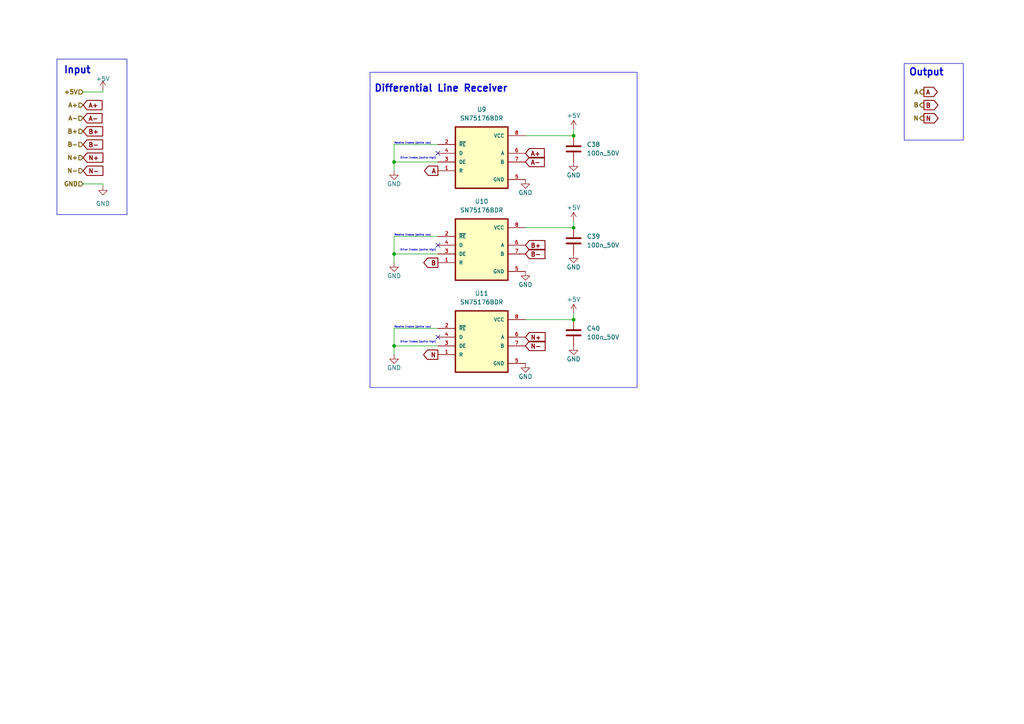
<source format=kicad_sch>
(kicad_sch (version 20231120) (generator "eeschema") (generator_version "8.0")
  (paper "A4")
  (lib_symbols
    (symbol "_C_0402:100n_50V" (pin_numbers hide) (pin_names (offset 0.254))
      (property "Reference" "C" (at 0.635 2.54 0))
      (property "Value" "100n_50V" (at 0.635 -2.54 0))
      (symbol "100n_50V_0_1"
        (polyline (pts (xy -2.032 -0.762) (xy 2.032 -0.762)) (stroke (width 0.508)))
        (polyline (pts (xy -2.032 0.762) (xy 2.032 0.762)) (stroke (width 0.508)))
      )
      (symbol "100n_50V_1_1"
        (pin passive line (at 0 3.81 270) (length 2.794) (name "~") (number "1"))
        (pin passive line (at 0 -3.81 90) (length 2.794) (name "~") (number "2"))
      )
    )
    (symbol "_Interface_UART:SN75176BDR" (pin_names (offset 1.016))
      (property "Reference" "U" (at -6.858 9.652 0))
      (property "Value" "SN75176BDR" (at -7.874 -11.43 0))
      (symbol "SN75176BDR_0_0"
        (rectangle (start -7.62 8.89) (end 7.62 -8.89) (stroke (width 0.41)) (fill (type background)))
        (pin input line (at -12.7 -3.81 0) (length 5.08) (name "R") (number "1"))
        (pin input line (at -12.7 3.81 0) (length 5.08) (name "~{RE}") (number "2"))
        (pin input line (at -12.7 -1.27 0) (length 5.08) (name "DE") (number "3"))
        (pin input line (at -12.7 1.27 0) (length 5.08) (name "D") (number "4"))
        (pin power_in line (at 12.7 -6.35 180) (length 5.08) (name "GND") (number "5"))
        (pin output line (at 12.7 1.27 180) (length 5.08) (name "A") (number "6"))
        (pin output line (at 12.7 -1.27 180) (length 5.08) (name "B") (number "7"))
        (pin power_in line (at 12.7 6.35 180) (length 5.08) (name "VCC") (number "8"))
      )
    )
    (symbol "power:+5V" (power) (pin_names (offset 0))
      (property "Value" "+5V" (at 0 3.556 0))
      (symbol "+5V_0_1"
        (polyline (pts (xy -0.762 1.27) (xy 0 2.54)))
        (polyline (pts (xy 0 0) (xy 0 2.54)))
        (polyline (pts (xy 0 2.54) (xy 0.762 1.27)))
      )
      (symbol "+5V_1_1"
        (pin power_in line (at 0 0 90) (length 0) hide (name "+5V") (number "1"))
      )
    )
    (symbol "power:GND" (power) (pin_names (offset 0))
      (property "Value" "GND" (at 0 -3.81 0))
      (symbol "GND_0_1"
        (polyline (pts (xy 0 0) (xy 0 -1.27) (xy 1.27 -1.27) (xy 0 -2.54) (xy -1.27 -1.27) (xy 0 -1.27)))
      )
      (symbol "GND_1_1"
        (pin power_in line (at 0 0 270) (length 0) hide (name "GND") (number "1"))
      )
    )
  )
  (junction (at 166.37 39.37))
  (junction (at 114.3 100.33))
  (junction (at 114.3 46.99))
  (junction (at 166.37 66.04))
  (junction (at 166.37 92.71))
  (junction (at 114.3 73.66))
  (no_connect (at 127 97.79))
  (no_connect (at 127 44.45))
  (no_connect (at 127 71.12))
  (wire (pts (xy 29.845 26.67) (xy 24.13 26.67)))
  (wire (pts (xy 114.3 73.66) (xy 127 73.66)))
  (wire (pts (xy 152.4 66.04) (xy 166.37 66.04)))
  (wire (pts (xy 29.845 53.34) (xy 29.845 53.975)))
  (wire (pts (xy 127 41.91) (xy 114.3 41.91)))
  (wire (pts (xy 166.37 64.135) (xy 166.37 66.04)))
  (wire (pts (xy 114.3 100.33) (xy 127 100.33)))
  (wire (pts (xy 152.4 92.71) (xy 166.37 92.71)))
  (wire (pts (xy 114.3 100.33) (xy 114.3 102.87)))
  (wire (pts (xy 114.3 73.66) (xy 114.3 76.2)))
  (wire (pts (xy 114.3 68.58) (xy 114.3 73.66)))
  (wire (pts (xy 114.3 41.91) (xy 114.3 46.99)))
  (wire (pts (xy 152.4 39.37) (xy 166.37 39.37)))
  (wire (pts (xy 114.3 46.99) (xy 114.3 49.53)))
  (wire (pts (xy 166.37 37.465) (xy 166.37 39.37)))
  (wire (pts (xy 114.3 95.25) (xy 114.3 100.33)))
  (wire (pts (xy 29.845 26.035) (xy 29.845 26.67)))
  (wire (pts (xy 24.13 53.34) (xy 29.845 53.34)))
  (wire (pts (xy 127 68.58) (xy 114.3 68.58)))
  (wire (pts (xy 166.37 90.805) (xy 166.37 92.71)))
  (wire (pts (xy 127 95.25) (xy 114.3 95.25)))
  (wire (pts (xy 114.3 46.99) (xy 127 46.99)))
  (rectangle (start 262.255 18.415) (end 279.4 40.64))
  (rectangle (start 107.315 20.955) (end 184.785 112.395))
  (rectangle (start 16.51 17.145) (end 36.83 62.23))
  (text "Receive Enable (active low)" (at 114.3 95.25 0) (effects (font (size 0.5 0.5) (bold yes)) (justify left bottom)))
  (text "Input" (at 18.415 21.59 0) (effects (font (size 2 2) (bold yes)) (justify left bottom)))
  (text "Receive Enable (active low)" (at 114.3 41.91 0) (effects (font (size 0.5 0.5) (bold yes)) (justify left bottom)))
  (text "Differential Line Receiver" (at 108.458 26.924 0) (effects (font (size 2 2) (bold yes)) (justify left bottom)))
  (text "Driver Enable (active high)" (at 116.078 99.568 0) (effects (font (size 0.5 0.5) (bold yes)) (justify left bottom)))
  (text "Receive Enable (active low)" (at 114.3 68.58 0) (effects (font (size 0.5 0.5) (bold yes)) (justify left bottom)))
  (text "Output" (at 263.525 22.225 0) (effects (font (size 2 2) (bold yes)) (justify left bottom)))
  (text "Driver Enable (active high)" (at 116.078 46.228 0) (effects (font (size 0.5 0.5) (bold yes)) (justify left bottom)))
  (text "Driver Enable (active high)" (at 116.078 72.898 0) (effects (font (size 0.5 0.5) (bold yes)) (justify left bottom)))
  (global_label "B+" (shape input) (at 24.13 38.1 0) (effects (font (bold yes))) (property "Intersheetrefs" "${INTERSHEET_REFS}" (effects (hide yes))))
  (global_label "N" (shape output) (at 267.97 34.29 0) (effects (font (bold yes))) (property "Intersheetrefs" "${INTERSHEET_REFS}" (effects (hide yes))))
  (global_label "A" (shape output) (at 127 49.53 180) (effects (font (bold yes))) (property "Intersheetrefs" "${INTERSHEET_REFS}" (effects (hide yes))))
  (global_label "A-" (shape input) (at 24.13 34.29 0) (effects (font (bold yes))) (property "Intersheetrefs" "${INTERSHEET_REFS}" (effects (hide yes))))
  (global_label "N-" (shape input) (at 152.4 100.33 0) (effects (font (bold yes))) (property "Intersheetrefs" "${INTERSHEET_REFS}" (effects (hide yes))))
  (global_label "B" (shape output) (at 267.97 30.48 0) (effects (font (bold yes))) (property "Intersheetrefs" "${INTERSHEET_REFS}" (effects (hide yes))))
  (global_label "A+" (shape input) (at 152.4 44.45 0) (effects (font (bold yes))) (property "Intersheetrefs" "${INTERSHEET_REFS}" (effects (hide yes))))
  (global_label "N+" (shape input) (at 24.13 45.72 0) (effects (font (bold yes))) (property "Intersheetrefs" "${INTERSHEET_REFS}" (effects (hide yes))))
  (global_label "B-" (shape input) (at 152.4 73.66 0) (effects (font (bold yes))) (property "Intersheetrefs" "${INTERSHEET_REFS}" (effects (hide yes))))
  (global_label "B-" (shape input) (at 24.13 41.91 0) (effects (font (bold yes))) (property "Intersheetrefs" "${INTERSHEET_REFS}" (effects (hide yes))))
  (global_label "N" (shape output) (at 127 102.87 180) (effects (font (bold yes))) (property "Intersheetrefs" "${INTERSHEET_REFS}" (effects (hide yes))))
  (global_label "N+" (shape input) (at 152.4 97.79 0) (effects (font (bold yes))) (property "Intersheetrefs" "${INTERSHEET_REFS}" (effects (hide yes))))
  (global_label "A+" (shape input) (at 24.13 30.48 0) (effects (font (bold yes))) (property "Intersheetrefs" "${INTERSHEET_REFS}" (effects (hide yes))))
  (global_label "A-" (shape input) (at 152.4 46.99 0) (effects (font (bold yes))) (property "Intersheetrefs" "${INTERSHEET_REFS}" (effects (hide yes))))
  (global_label "N-" (shape input) (at 24.13 49.53 0) (effects (font (bold yes))) (property "Intersheetrefs" "${INTERSHEET_REFS}" (effects (hide yes))))
  (global_label "A" (shape output) (at 267.97 26.67 0) (effects (font (bold yes))) (property "Intersheetrefs" "${INTERSHEET_REFS}" (effects (hide yes))))
  (global_label "B+" (shape input) (at 152.4 71.12 0) (effects (font (bold yes))) (property "Intersheetrefs" "${INTERSHEET_REFS}" (effects (hide yes))))
  (global_label "B" (shape output) (at 127 76.2 180) (effects (font (bold yes))) (property "Intersheetrefs" "${INTERSHEET_REFS}" (effects (hide yes))))
  (hierarchical_label "A+" (shape input) (at 24.13 30.48 180) (effects (font (bold yes))))
  (hierarchical_label "A" (shape output) (at 267.97 26.67 180) (effects (font (bold yes))))
  (hierarchical_label "B-" (shape input) (at 24.13 41.91 180) (effects (font (bold yes))))
  (hierarchical_label "N+" (shape input) (at 24.13 45.72 180) (effects (font (bold yes))))
  (hierarchical_label "GND" (shape input) (at 24.13 53.34 180) (effects (font (bold yes))))
  (hierarchical_label "+5V" (shape input) (at 24.13 26.67 180) (effects (font (bold yes))))
  (hierarchical_label "B+" (shape input) (at 24.13 38.1 180) (effects (font (bold yes))))
  (hierarchical_label "B" (shape output) (at 267.97 30.48 180) (effects (font (bold yes))))
  (hierarchical_label "A-" (shape input) (at 24.13 34.29 180) (effects (font (bold yes))))
  (hierarchical_label "N" (shape output) (at 267.97 34.29 180) (effects (font (bold yes))))
  (hierarchical_label "N-" (shape input) (at 24.13 49.53 180) (effects (font (bold yes))))
  (symbol (lib_id "power:+5V") (at 29.845 26.035 0) (unit 1)
    (property "Reference" "#PWR0129" (effects (hide yes)))
    (property "Value" "+5V" (at 29.845 22.86 0))
  )
  (symbol (lib_id "_Interface_UART:SN75176BDR") (at 139.7 45.72 0) (unit 1)
    (property "Reference" "U9" (at 139.7 31.75 0))
    (property "Value" "SN75176BDR" (at 139.7 34.29 0))
    (property "Footprint" "Package_SO:SOIC-8_3.9x4.9mm_P1.27mm" (effects (hide yes)))
    (property "Datasheet" "https://www.ti.com/lit/ds/slls101h/slls101h.pdf" (effects (hide yes)))
    (property "Description" "Bidirectional Differential Bus Transceiver" (effects (hide yes)))
    (property "MF" "TI" (effects (hide yes)))
    (property "MPN" "SN75176BDR" (effects (hide yes)))
    (property "OC_LCSC" "C7063" (effects (hide yes)))
  )
  (symbol (lib_id "power:GND") (at 152.4 78.74 0) (unit 1)
    (property "Reference" "#PWR0135" (effects (hide yes)))
    (property "Value" "GND" (at 152.4 82.55 0))
  )
  (symbol (lib_id "power:GND") (at 114.3 102.87 0) (unit 1)
    (property "Reference" "#PWR0133" (effects (hide yes)))
    (property "Value" "GND" (at 114.3 106.68 0))
  )
  (symbol (lib_id "power:+5V") (at 166.37 64.135 0) (unit 1)
    (property "Reference" "#PWR0139" (effects (hide yes)))
    (property "Value" "+5V" (at 166.37 60.198 0))
  )
  (symbol (lib_id "power:GND") (at 114.3 49.53 0) (unit 1)
    (property "Reference" "#PWR0131" (effects (hide yes)))
    (property "Value" "GND" (at 114.3 53.34 0))
  )
  (symbol (lib_id "_Interface_UART:SN75176BDR") (at 139.7 99.06 0) (unit 1)
    (property "Reference" "U11" (at 139.7 85.09 0))
    (property "Value" "SN75176BDR" (at 139.7 87.63 0))
    (property "Footprint" "Package_SO:SOIC-8_3.9x4.9mm_P1.27mm" (effects (hide yes)))
    (property "Datasheet" "https://www.ti.com/lit/ds/slls101h/slls101h.pdf" (effects (hide yes)))
    (property "Description" "Bidirectional Differential Bus Transceiver" (effects (hide yes)))
    (property "MF" "TI" (effects (hide yes)))
    (property "MPN" "SN75176BDR" (effects (hide yes)))
    (property "OC_LCSC" "C7063" (effects (hide yes)))
  )
  (symbol (lib_id "power:GND") (at 166.37 100.33 0) (unit 1)
    (property "Reference" "#PWR0142" (effects (hide yes)))
    (property "Value" "GND" (at 166.37 104.14 0))
  )
  (symbol (lib_id "power:GND") (at 114.3 76.2 0) (unit 1)
    (property "Reference" "#PWR0132" (effects (hide yes)))
    (property "Value" "GND" (at 114.3 80.01 0))
  )
  (symbol (lib_id "power:GND") (at 166.37 73.66 0) (unit 1)
    (property "Reference" "#PWR0140" (effects (hide yes)))
    (property "Value" "GND" (at 166.37 77.47 0))
  )
  (symbol (lib_id "power:GND") (at 152.4 105.41 0) (unit 1)
    (property "Reference" "#PWR0136" (effects (hide yes)))
    (property "Value" "GND" (at 152.4 109.22 0))
  )
  (symbol (lib_id "power:GND") (at 166.37 46.99 0) (unit 1)
    (property "Reference" "#PWR0138" (effects (hide yes)))
    (property "Value" "GND" (at 166.37 50.8 0))
  )
  (symbol (lib_id "_C_0402:100n_50V") (at 166.37 96.52 0) (unit 1)
    (property "Reference" "C40" (at 170.18 95.2499 0) (effects (justify left)))
    (property "Value" "100n_50V" (at 170.18 97.7899 0) (effects (justify left)))
    (property "Footprint" "Capacitor_SMD:C_0402_1005Metric" (effects (hide yes)))
    (property "Datasheet" "https://product.samsungsem.com/mlcc/CL05B104KB54PN.do" (effects (hide yes)))
    (property "Description" "Capacitor 100nF 50V X7R 10% 0402" (effects (hide yes)))
    (property "MF" "Samsung Electro-Mechanics" (effects (hide yes)))
    (property "MPN" "CL05B104KB54PNC" (effects (hide yes)))
    (property "OC_LCSC" "C307331" (effects (hide yes)))
  )
  (symbol (lib_id "power:GND") (at 152.4 52.07 0) (unit 1)
    (property "Reference" "#PWR0134" (effects (hide yes)))
    (property "Value" "GND" (at 152.4 55.88 0))
  )
  (symbol (lib_id "power:+5V") (at 166.37 90.805 0) (unit 1)
    (property "Reference" "#PWR0141" (effects (hide yes)))
    (property "Value" "+5V" (at 166.37 86.868 0))
  )
  (symbol (lib_id "_C_0402:100n_50V") (at 166.37 43.18 0) (unit 1)
    (property "Reference" "C38" (at 170.18 41.9099 0) (effects (justify left)))
    (property "Value" "100n_50V" (at 170.18 44.4499 0) (effects (justify left)))
    (property "Footprint" "Capacitor_SMD:C_0402_1005Metric" (effects (hide yes)))
    (property "Datasheet" "https://product.samsungsem.com/mlcc/CL05B104KB54PN.do" (effects (hide yes)))
    (property "Description" "Capacitor 100nF 50V X7R 10% 0402" (effects (hide yes)))
    (property "MF" "Samsung Electro-Mechanics" (effects (hide yes)))
    (property "MPN" "CL05B104KB54PNC" (effects (hide yes)))
    (property "OC_LCSC" "C307331" (effects (hide yes)))
  )
  (symbol (lib_id "_Interface_UART:SN75176BDR") (at 139.7 72.39 0) (unit 1)
    (property "Reference" "U10" (at 139.7 58.42 0))
    (property "Value" "SN75176BDR" (at 139.7 60.96 0))
    (property "Footprint" "Package_SO:SOIC-8_3.9x4.9mm_P1.27mm" (effects (hide yes)))
    (property "Datasheet" "https://www.ti.com/lit/ds/slls101h/slls101h.pdf" (effects (hide yes)))
    (property "Description" "Bidirectional Differential Bus Transceiver" (effects (hide yes)))
    (property "MF" "TI" (effects (hide yes)))
    (property "MPN" "SN75176BDR" (effects (hide yes)))
    (property "OC_LCSC" "C7063" (effects (hide yes)))
  )
  (symbol (lib_id "_C_0402:100n_50V") (at 166.37 69.85 0) (unit 1)
    (property "Reference" "C39" (at 170.18 68.5799 0) (effects (justify left)))
    (property "Value" "100n_50V" (at 170.18 71.1199 0) (effects (justify left)))
    (property "Footprint" "Capacitor_SMD:C_0402_1005Metric" (effects (hide yes)))
    (property "Datasheet" "https://product.samsungsem.com/mlcc/CL05B104KB54PN.do" (effects (hide yes)))
    (property "Description" "Capacitor 100nF 50V X7R 10% 0402" (effects (hide yes)))
    (property "MF" "Samsung Electro-Mechanics" (effects (hide yes)))
    (property "MPN" "CL05B104KB54PNC" (effects (hide yes)))
    (property "OC_LCSC" "C307331" (effects (hide yes)))
  )
  (symbol (lib_id "power:GND") (at 29.845 53.975 0) (unit 1)
    (property "Reference" "#PWR0130" (effects (hide yes)))
    (property "Value" "GND" (at 29.845 59.055 0))
  )
  (symbol (lib_id "power:+5V") (at 166.37 37.465 0) (unit 1)
    (property "Reference" "#PWR0137" (effects (hide yes)))
    (property "Value" "+5V" (at 166.37 33.528 0))
  )
)
</source>
